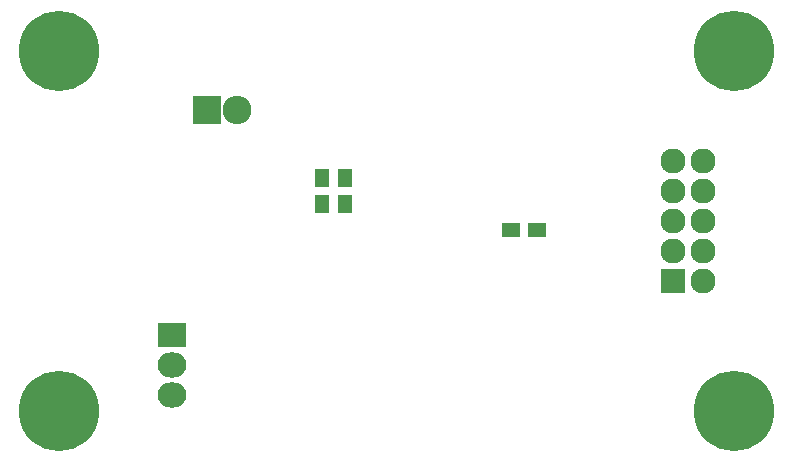
<source format=gbs>
G04 #@! TF.FileFunction,Soldermask,Bot*
%FSLAX46Y46*%
G04 Gerber Fmt 4.6, Leading zero omitted, Abs format (unit mm)*
G04 Created by KiCad (PCBNEW 4.0.2-stable) date 8/15/2016 9:55:29 PM*
%MOMM*%
G01*
G04 APERTURE LIST*
%ADD10C,0.100000*%
%ADD11R,2.127200X2.127200*%
%ADD12O,2.127200X2.127200*%
%ADD13R,1.300000X1.600000*%
%ADD14R,1.600000X1.300000*%
%ADD15R,2.432000X2.432000*%
%ADD16O,2.432000X2.432000*%
%ADD17R,2.432000X2.127200*%
%ADD18O,2.432000X2.127200*%
%ADD19C,6.800000*%
G04 APERTURE END LIST*
D10*
D11*
X102950000Y-78000000D03*
D12*
X105490000Y-78000000D03*
X102950000Y-75460000D03*
X105490000Y-75460000D03*
X102950000Y-72920000D03*
X105490000Y-72920000D03*
X102950000Y-70380000D03*
X105490000Y-70380000D03*
X102950000Y-67840000D03*
X105490000Y-67840000D03*
D13*
X75192100Y-71526200D03*
X75192100Y-69326200D03*
X73249000Y-71526200D03*
X73249000Y-69326200D03*
D14*
X89294000Y-73652000D03*
X91494000Y-73652000D03*
D15*
X63520800Y-63492000D03*
D16*
X66060800Y-63492000D03*
D17*
X60549000Y-82542000D03*
D18*
X60549000Y-85082000D03*
X60549000Y-87622000D03*
D19*
X51000000Y-58520000D03*
X51000000Y-89000000D03*
X108150000Y-89000000D03*
X108150000Y-58520000D03*
M02*

</source>
